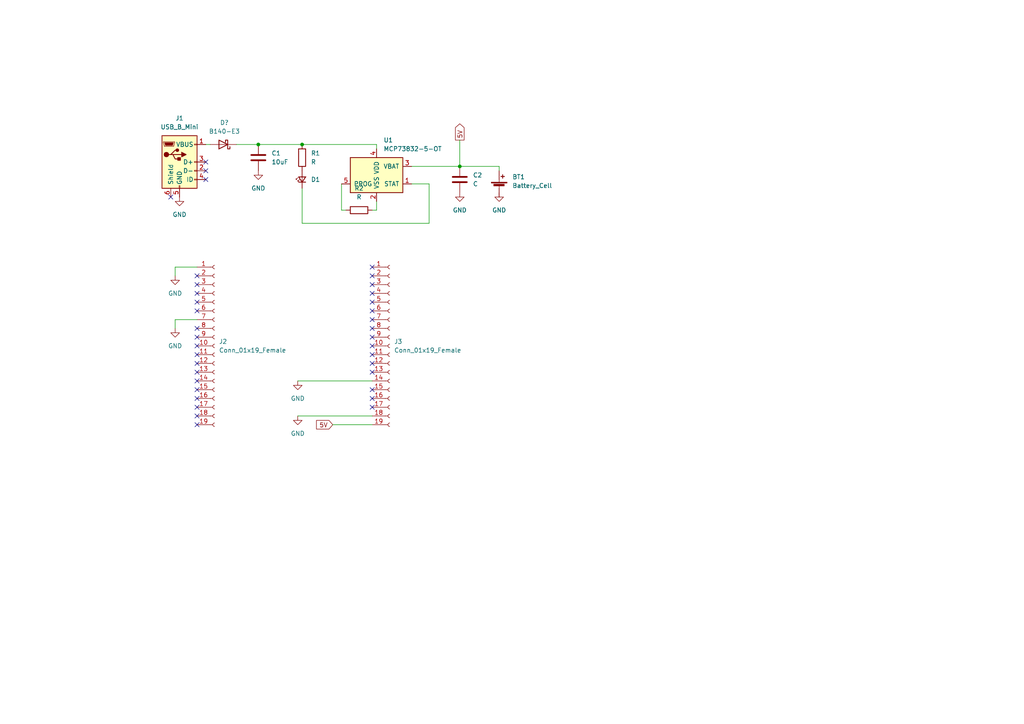
<source format=kicad_sch>
(kicad_sch (version 20211123) (generator eeschema)
  (paper "A4")
  (lib_symbols
    (symbol "Battery_Management:MCP73832-5-OT" (pin_names (offset 1.016))
      (property "Reference" "U" (at -7.62 6.35 0))
      (property "Value" "MCP73832-5-OT" (at 1.27 6.35 0))
      (symbol "MCP73832-5-OT_0_1"
        (rectangle (start -7.62 5.08) (end 7.62 -5.08) (stroke (width 0.254)) (fill (type background)))
      )
      (symbol "MCP73832-5-OT_1_1"
        (pin output line (at 10.16 -2.54 180) (length 2.54) (name "STAT") (number "1"))
        (pin power_in line (at 0 -7.62 90) (length 2.54) (name "VSS") (number "2"))
        (pin power_out line (at 10.16 2.54 180) (length 2.54) (name "VBAT") (number "3"))
        (pin power_in line (at 0 7.62 270) (length 2.54) (name "VDD") (number "4"))
        (pin input line (at -10.16 -2.54 0) (length 2.54) (name "PROG") (number "5"))
      )
    )
    (symbol "Connector:Conn_01x19_Female" (pin_names (offset 1.016) hide)
      (property "Reference" "J" (at 0 25.4 0))
      (property "Value" "Conn_01x19_Female" (at 0 -25.4 0))
      (symbol "Conn_01x19_Female_1_1"
        (arc (start 0 -22.352) (mid -0.508 -22.86) (end 0 -23.368) (stroke (width 0.1524)))
        (arc (start 0 -19.812) (mid -0.508 -20.32) (end 0 -20.828) (stroke (width 0.1524)))
        (arc (start 0 -17.272) (mid -0.508 -17.78) (end 0 -18.288) (stroke (width 0.1524)))
        (arc (start 0 -14.732) (mid -0.508 -15.24) (end 0 -15.748) (stroke (width 0.1524)))
        (arc (start 0 -12.192) (mid -0.508 -12.7) (end 0 -13.208) (stroke (width 0.1524)))
        (arc (start 0 -9.652) (mid -0.508 -10.16) (end 0 -10.668) (stroke (width 0.1524)))
        (arc (start 0 -7.112) (mid -0.508 -7.62) (end 0 -8.128) (stroke (width 0.1524)))
        (arc (start 0 -4.572) (mid -0.508 -5.08) (end 0 -5.588) (stroke (width 0.1524)))
        (arc (start 0 -2.032) (mid -0.508 -2.54) (end 0 -3.048) (stroke (width 0.1524)))
        (polyline (pts (xy -1.27 -22.86) (xy -0.508 -22.86)) (stroke (width 0.1524)))
        (polyline (pts (xy -1.27 -20.32) (xy -0.508 -20.32)) (stroke (width 0.1524)))
        (polyline (pts (xy -1.27 -17.78) (xy -0.508 -17.78)) (stroke (width 0.1524)))
        (polyline (pts (xy -1.27 -15.24) (xy -0.508 -15.24)) (stroke (width 0.1524)))
        (polyline (pts (xy -1.27 -12.7) (xy -0.508 -12.7)) (stroke (width 0.1524)))
        (polyline (pts (xy -1.27 -10.16) (xy -0.508 -10.16)) (stroke (width 0.1524)))
        (polyline (pts (xy -1.27 -7.62) (xy -0.508 -7.62)) (stroke (width 0.1524)))
        (polyline (pts (xy -1.27 -5.08) (xy -0.508 -5.08)) (stroke (width 0.1524)))
        (polyline (pts (xy -1.27 -2.54) (xy -0.508 -2.54)) (stroke (width 0.1524)))
        (polyline (pts (xy -1.27 0) (xy -0.508 0)) (stroke (width 0.1524)))
        (polyline (pts (xy -1.27 2.54) (xy -0.508 2.54)) (stroke (width 0.1524)))
        (polyline (pts (xy -1.27 5.08) (xy -0.508 5.08)) (stroke (width 0.1524)))
        (polyline (pts (xy -1.27 7.62) (xy -0.508 7.62)) (stroke (width 0.1524)))
        (polyline (pts (xy -1.27 10.16) (xy -0.508 10.16)) (stroke (width 0.1524)))
        (polyline (pts (xy -1.27 12.7) (xy -0.508 12.7)) (stroke (width 0.1524)))
        (polyline (pts (xy -1.27 15.24) (xy -0.508 15.24)) (stroke (width 0.1524)))
        (polyline (pts (xy -1.27 17.78) (xy -0.508 17.78)) (stroke (width 0.1524)))
        (polyline (pts (xy -1.27 20.32) (xy -0.508 20.32)) (stroke (width 0.1524)))
        (polyline (pts (xy -1.27 22.86) (xy -0.508 22.86)) (stroke (width 0.1524)))
        (arc (start 0 0.508) (mid -0.508 0) (end 0 -0.508) (stroke (width 0.1524)))
        (arc (start 0 3.048) (mid -0.508 2.54) (end 0 2.032) (stroke (width 0.1524)))
        (arc (start 0 5.588) (mid -0.508 5.08) (end 0 4.572) (stroke (width 0.1524)))
        (arc (start 0 8.128) (mid -0.508 7.62) (end 0 7.112) (stroke (width 0.1524)))
        (arc (start 0 10.668) (mid -0.508 10.16) (end 0 9.652) (stroke (width 0.1524)))
        (arc (start 0 13.208) (mid -0.508 12.7) (end 0 12.192) (stroke (width 0.1524)))
        (arc (start 0 15.748) (mid -0.508 15.24) (end 0 14.732) (stroke (width 0.1524)))
        (arc (start 0 18.288) (mid -0.508 17.78) (end 0 17.272) (stroke (width 0.1524)))
        (arc (start 0 20.828) (mid -0.508 20.32) (end 0 19.812) (stroke (width 0.1524)))
        (arc (start 0 23.368) (mid -0.508 22.86) (end 0 22.352) (stroke (width 0.1524)))
        (pin passive line (at -5.08 22.86 0) (length 3.81) (name "Pin_1") (number "1"))
        (pin passive line (at -5.08 0 0) (length 3.81) (name "Pin_10") (number "10"))
        (pin passive line (at -5.08 -2.54 0) (length 3.81) (name "Pin_11") (number "11"))
        (pin passive line (at -5.08 -5.08 0) (length 3.81) (name "Pin_12") (number "12"))
        (pin passive line (at -5.08 -7.62 0) (length 3.81) (name "Pin_13") (number "13"))
        (pin passive line (at -5.08 -10.16 0) (length 3.81) (name "Pin_14") (number "14"))
        (pin passive line (at -5.08 -12.7 0) (length 3.81) (name "Pin_15") (number "15"))
        (pin passive line (at -5.08 -15.24 0) (length 3.81) (name "Pin_16") (number "16"))
        (pin passive line (at -5.08 -17.78 0) (length 3.81) (name "Pin_17") (number "17"))
        (pin passive line (at -5.08 -20.32 0) (length 3.81) (name "Pin_18") (number "18"))
        (pin passive line (at -5.08 -22.86 0) (length 3.81) (name "Pin_19") (number "19"))
        (pin passive line (at -5.08 20.32 0) (length 3.81) (name "Pin_2") (number "2"))
        (pin passive line (at -5.08 17.78 0) (length 3.81) (name "Pin_3") (number "3"))
        (pin passive line (at -5.08 15.24 0) (length 3.81) (name "Pin_4") (number "4"))
        (pin passive line (at -5.08 12.7 0) (length 3.81) (name "Pin_5") (number "5"))
        (pin passive line (at -5.08 10.16 0) (length 3.81) (name "Pin_6") (number "6"))
        (pin passive line (at -5.08 7.62 0) (length 3.81) (name "Pin_7") (number "7"))
        (pin passive line (at -5.08 5.08 0) (length 3.81) (name "Pin_8") (number "8"))
        (pin passive line (at -5.08 2.54 0) (length 3.81) (name "Pin_9") (number "9"))
      )
    )
    (symbol "Connector:USB_B_Mini" (pin_names (offset 1.016))
      (property "Reference" "J" (at -5.08 11.43 0))
      (property "Value" "USB_B_Mini" (at -5.08 8.89 0))
      (symbol "USB_B_Mini_0_1"
        (rectangle (start -5.08 -7.62) (end 5.08 7.62) (stroke (width 0.254)) (fill (type background)))
        (circle (center -3.81 2.159) (radius 0.635) (stroke (width 0.254)) (fill (type outline)))
        (circle (center -0.635 3.429) (radius 0.381) (stroke (width 0.254)) (fill (type outline)))
        (rectangle (start -0.127 -7.62) (end 0.127 -6.858))
        (polyline (pts (xy -1.905 2.159) (xy 0.635 2.159)) (stroke (width 0.254)))
        (polyline (pts (xy -3.175 2.159) (xy -2.54 2.159) (xy -1.27 3.429) (xy -0.635 3.429)) (stroke (width 0.254)))
        (polyline (pts (xy -2.54 2.159) (xy -1.905 2.159) (xy -1.27 0.889) (xy 0 0.889)) (stroke (width 0.254)))
        (polyline (pts (xy 0.635 2.794) (xy 0.635 1.524) (xy 1.905 2.159) (xy 0.635 2.794)) (stroke (width 0.254)) (fill (type outline)))
        (polyline (pts (xy -4.318 5.588) (xy -1.778 5.588) (xy -2.032 4.826) (xy -4.064 4.826) (xy -4.318 5.588)) (fill (type outline)))
        (polyline (pts (xy -4.699 5.842) (xy -4.699 5.588) (xy -4.445 4.826) (xy -4.445 4.572) (xy -1.651 4.572) (xy -1.651 4.826) (xy -1.397 5.588) (xy -1.397 5.842) (xy -4.699 5.842)))
        (rectangle (start 0.254 1.27) (end -0.508 0.508) (stroke (width 0.254)) (fill (type outline)))
        (rectangle (start 5.08 -5.207) (end 4.318 -4.953))
        (rectangle (start 5.08 -2.667) (end 4.318 -2.413))
        (rectangle (start 5.08 -0.127) (end 4.318 0.127))
        (rectangle (start 5.08 4.953) (end 4.318 5.207))
      )
      (symbol "USB_B_Mini_1_1"
        (pin power_out line (at 7.62 5.08 180) (length 2.54) (name "VBUS") (number "1"))
        (pin bidirectional line (at 7.62 -2.54 180) (length 2.54) (name "D-") (number "2"))
        (pin bidirectional line (at 7.62 0 180) (length 2.54) (name "D+") (number "3"))
        (pin passive line (at 7.62 -5.08 180) (length 2.54) (name "ID") (number "4"))
        (pin power_out line (at 0 -10.16 90) (length 2.54) (name "GND") (number "5"))
        (pin passive line (at -2.54 -10.16 90) (length 2.54) (name "Shield") (number "6"))
      )
    )
    (symbol "Device:Battery_Cell" (pin_numbers hide) (pin_names (offset 0) hide)
      (property "Reference" "BT" (at 2.54 2.54 0))
      (property "Value" "Battery_Cell" (at 2.54 0 0))
      (symbol "Battery_Cell_0_1"
        (rectangle (start -2.286 1.778) (end 2.286 1.524) (fill (type outline)))
        (rectangle (start -1.5748 1.1938) (end 1.4732 0.6858) (fill (type outline)))
        (polyline (pts (xy 0 0.762) (xy 0 0)))
        (polyline (pts (xy 0 1.778) (xy 0 2.54)))
        (polyline (pts (xy 0.508 3.429) (xy 1.524 3.429)) (stroke (width 0.254)))
        (polyline (pts (xy 1.016 3.937) (xy 1.016 2.921)) (stroke (width 0.254)))
      )
      (symbol "Battery_Cell_1_1"
        (pin passive line (at 0 5.08 270) (length 2.54) (name "+") (number "1"))
        (pin passive line (at 0 -2.54 90) (length 2.54) (name "-") (number "2"))
      )
    )
    (symbol "Device:C" (pin_numbers hide) (pin_names (offset 0.254))
      (property "Reference" "C" (at 0.635 2.54 0))
      (property "Value" "C" (at 0.635 -2.54 0))
      (symbol "C_0_1"
        (polyline (pts (xy -2.032 -0.762) (xy 2.032 -0.762)) (stroke (width 0.508)))
        (polyline (pts (xy -2.032 0.762) (xy 2.032 0.762)) (stroke (width 0.508)))
      )
      (symbol "C_1_1"
        (pin passive line (at 0 3.81 270) (length 2.794) (name "~") (number "1"))
        (pin passive line (at 0 -3.81 90) (length 2.794) (name "~") (number "2"))
      )
    )
    (symbol "Device:LED_Small" (pin_numbers hide) (pin_names (offset 0.254) hide)
      (property "Reference" "D" (at -1.27 3.175 0))
      (property "Value" "LED_Small" (at -4.445 -2.54 0))
      (symbol "LED_Small_0_1"
        (polyline (pts (xy -0.762 -1.016) (xy -0.762 1.016)) (stroke (width 0.254)))
        (polyline (pts (xy 1.016 0) (xy -0.762 0)))
        (polyline (pts (xy 0.762 -1.016) (xy -0.762 0) (xy 0.762 1.016) (xy 0.762 -1.016)) (stroke (width 0.254)))
        (polyline (pts (xy 0 0.762) (xy -0.508 1.27) (xy -0.254 1.27) (xy -0.508 1.27) (xy -0.508 1.016)))
        (polyline (pts (xy 0.508 1.27) (xy 0 1.778) (xy 0.254 1.778) (xy 0 1.778) (xy 0 1.524)))
      )
      (symbol "LED_Small_1_1"
        (pin passive line (at -2.54 0 0) (length 1.778) (name "K") (number "1"))
        (pin passive line (at 2.54 0 180) (length 1.778) (name "A") (number "2"))
      )
    )
    (symbol "Device:R" (pin_numbers hide) (pin_names (offset 0))
      (property "Reference" "R" (at 2.032 0 90))
      (property "Value" "R" (at 0 0 90))
      (symbol "R_0_1"
        (rectangle (start -1.016 -2.54) (end 1.016 2.54) (stroke (width 0.254)))
      )
      (symbol "R_1_1"
        (pin passive line (at 0 3.81 270) (length 1.27) (name "~") (number "1"))
        (pin passive line (at 0 -3.81 90) (length 1.27) (name "~") (number "2"))
      )
    )
    (symbol "Diode:B140-E3" (pin_numbers hide) (pin_names hide)
      (property "Reference" "D" (at 0 2.54 0))
      (property "Value" "B140-E3" (at 0 -2.54 0))
      (symbol "B140-E3_0_1"
        (polyline (pts (xy 1.27 0) (xy -1.27 0)))
        (polyline (pts (xy 1.27 1.27) (xy 1.27 -1.27) (xy -1.27 0) (xy 1.27 1.27)) (stroke (width 0.254)))
        (polyline (pts (xy -1.905 0.635) (xy -1.905 1.27) (xy -1.27 1.27) (xy -1.27 -1.27) (xy -0.635 -1.27) (xy -0.635 -0.635)) (stroke (width 0.254)))
      )
      (symbol "B140-E3_1_1"
        (pin passive line (at -3.81 0 0) (length 2.54) (name "K") (number "1"))
        (pin passive line (at 3.81 0 180) (length 2.54) (name "A") (number "2"))
      )
    )
    (symbol "power:GND" (power) (pin_names (offset 0))
      (property "Value" "GND" (at 0 -3.81 0))
      (symbol "GND_0_1"
        (polyline (pts (xy 0 0) (xy 0 -1.27) (xy 1.27 -1.27) (xy 0 -2.54) (xy -1.27 -1.27) (xy 0 -1.27)))
      )
      (symbol "GND_1_1"
        (pin power_in line (at 0 0 270) (length 0) hide (name "GND") (number "1"))
      )
    )
  )
  (junction (at 133.35 48.26))
  (junction (at 74.93 41.91))
  (junction (at 87.63 41.91))
  (no_connect (at 59.69 52.07))
  (no_connect (at 49.53 57.15))
  (no_connect (at 59.69 46.99))
  (no_connect (at 59.69 49.53))
  (no_connect (at 107.95 107.95))
  (no_connect (at 107.95 113.03))
  (no_connect (at 107.95 118.11))
  (no_connect (at 107.95 115.57))
  (no_connect (at 107.95 105.41))
  (no_connect (at 107.95 77.47))
  (no_connect (at 107.95 82.55))
  (no_connect (at 107.95 90.17))
  (no_connect (at 107.95 85.09))
  (no_connect (at 107.95 87.63))
  (no_connect (at 107.95 80.01))
  (no_connect (at 107.95 100.33))
  (no_connect (at 107.95 95.25))
  (no_connect (at 107.95 102.87))
  (no_connect (at 107.95 92.71))
  (no_connect (at 107.95 97.79))
  (no_connect (at 57.15 100.33))
  (no_connect (at 57.15 107.95))
  (no_connect (at 57.15 97.79))
  (no_connect (at 57.15 105.41))
  (no_connect (at 57.15 102.87))
  (no_connect (at 57.15 90.17))
  (no_connect (at 57.15 110.49))
  (no_connect (at 57.15 95.25))
  (no_connect (at 57.15 87.63))
  (no_connect (at 57.15 113.03))
  (no_connect (at 57.15 115.57))
  (no_connect (at 57.15 120.65))
  (no_connect (at 57.15 123.19))
  (no_connect (at 57.15 118.11))
  (no_connect (at 57.15 80.01))
  (no_connect (at 57.15 82.55))
  (no_connect (at 57.15 85.09))
  (wire (pts (xy 107.95 60.96) (xy 109.22 60.96)))
  (wire (pts (xy 133.35 40.64) (xy 133.35 48.26)))
  (wire (pts (xy 87.63 54.61) (xy 87.63 64.77)))
  (wire (pts (xy 50.8 77.47) (xy 50.8 80.01)))
  (wire (pts (xy 144.78 48.26) (xy 144.78 49.53)))
  (wire (pts (xy 59.69 41.91) (xy 60.96 41.91)))
  (wire (pts (xy 68.58 41.91) (xy 74.93 41.91)))
  (wire (pts (xy 87.63 64.77) (xy 124.46 64.77)))
  (wire (pts (xy 87.63 41.91) (xy 109.22 41.91)))
  (wire (pts (xy 109.22 58.42) (xy 109.22 60.96)))
  (wire (pts (xy 109.22 41.91) (xy 109.22 43.18)))
  (wire (pts (xy 86.36 120.65) (xy 107.95 120.65)))
  (wire (pts (xy 86.36 110.49) (xy 107.95 110.49)))
  (wire (pts (xy 124.46 64.77) (xy 124.46 53.34)))
  (wire (pts (xy 133.35 48.26) (xy 144.78 48.26)))
  (wire (pts (xy 119.38 48.26) (xy 133.35 48.26)))
  (wire (pts (xy 50.8 92.71) (xy 57.15 92.71)))
  (wire (pts (xy 99.06 60.96) (xy 100.33 60.96)))
  (wire (pts (xy 99.06 53.34) (xy 99.06 60.96)))
  (wire (pts (xy 96.52 123.19) (xy 107.95 123.19)))
  (wire (pts (xy 50.8 95.25) (xy 50.8 92.71)))
  (wire (pts (xy 74.93 41.91) (xy 87.63 41.91)))
  (wire (pts (xy 119.38 53.34) (xy 124.46 53.34)))
  (wire (pts (xy 57.15 77.47) (xy 50.8 77.47)))
  (global_label "5V" (shape output) (at 133.35 40.64 90) (property "Intersheet References" "${INTERSHEET_REFS}" (effects hide)))
  (global_label "5V" (shape input) (at 96.52 123.19 180) (property "Intersheet References" "${INTERSHEET_REFS}" (effects hide)))
  (symbol (lib_id "power:GND") (at 52.07 57.15 0) (unit 1)
    (property "Reference" "#PWR03" (effects hide))
    (property "Value" "GND" (at 52.07 62.23 0))
  )
  (symbol (lib_id "power:GND") (at 50.8 80.01 0) (unit 1)
    (property "Reference" "#PWR01" (effects hide))
    (property "Value" "GND" (at 50.8 85.09 0))
  )
  (symbol (lib_id "power:GND") (at 86.36 110.49 0) (unit 1)
    (property "Reference" "#PWR05" (effects hide))
    (property "Value" "GND" (at 86.36 115.57 0))
  )
  (symbol (lib_id "Device:Battery_Cell") (at 144.78 54.61 0) (unit 1)
    (property "Reference" "BT1" (at 148.59 51.3079 0) (effects (justify left)))
    (property "Value" "Battery_Cell" (at 148.59 53.8479 0) (effects (justify left)))
    (property "Footprint" "Battery:BatteryHolder_Keystone_1042_1x18650" (effects hide))
  )
  (symbol (lib_id "power:GND") (at 144.78 55.88 0) (unit 1)
    (property "Reference" "#PWR08" (effects hide))
    (property "Value" "GND" (at 144.78 60.96 0))
  )
  (symbol (lib_id "Device:C") (at 133.35 52.07 180) (unit 1)
    (property "Reference" "C2" (at 137.16 50.7999 0) (effects (justify right)))
    (property "Value" "C" (at 137.16 53.3399 0) (effects (justify right)))
    (property "Footprint" "Capacitor_SMD:C_1206_3216Metric_Pad1.33x1.80mm_HandSolder" (effects hide))
  )
  (symbol (lib_id "Connector:USB_B_Mini") (at 52.07 46.99 0) (unit 1)
    (property "Reference" "J1" (at 52.07 34.29 0))
    (property "Value" "USB_B_Mini" (at 52.07 36.83 0))
    (property "Footprint" "Connector_USB:USB_Mini-B_Lumberg_2486_01_Horizontal" (effects hide))
  )
  (symbol (lib_id "Device:R") (at 87.63 45.72 0) (unit 1)
    (property "Reference" "R1" (at 90.17 44.4499 0) (effects (justify left)))
    (property "Value" "R" (at 90.17 46.9899 0) (effects (justify left)))
    (property "Footprint" "Resistor_SMD:R_1206_3216Metric_Pad1.30x1.75mm_HandSolder" (effects hide))
  )
  (symbol (lib_id "Battery_Management:MCP73832-5-OT") (at 109.22 50.8 0) (unit 1)
    (property "Reference" "U1" (at 111.2394 40.64 0) (effects (justify left)))
    (property "Value" "MCP73832-5-OT" (at 111.2394 43.18 0) (effects (justify left)))
    (property "Footprint" "Package_TO_SOT_SMD:SOT-23-5" (effects hide))
    (property "Datasheet" "http://ww1.microchip.com/downloads/en/DeviceDoc/20001984g.pdf" (effects hide))
  )
  (symbol (lib_id "Connector:Conn_01x19_Female") (at 62.23 100.33 0) (unit 1)
    (property "Reference" "J2" (at 63.5 99.0599 0) (effects (justify left)))
    (property "Value" "Conn_01x19_Female" (at 63.5 101.5999 0) (effects (justify left)))
    (property "Footprint" "Connector_PinSocket_2.54mm:PinSocket_1x19_P2.54mm_Vertical" (effects hide))
  )
  (symbol (lib_id "power:GND") (at 50.8 95.25 0) (unit 1)
    (property "Reference" "#PWR02" (effects hide))
    (property "Value" "GND" (at 50.8 100.33 0))
  )
  (symbol (lib_id "Device:C") (at 74.93 45.72 180) (unit 1)
    (property "Reference" "C1" (at 78.74 44.4499 0) (effects (justify right)))
    (property "Value" "10uF" (at 78.74 46.9899 0) (effects (justify right)))
    (property "Footprint" "Capacitor_SMD:C_1206_3216Metric_Pad1.33x1.80mm_HandSolder" (effects hide))
  )
  (symbol (lib_id "Device:R") (at 104.14 60.96 90) (unit 1)
    (property "Reference" "R2" (at 104.14 54.61 90))
    (property "Value" "R" (at 104.14 57.15 90))
    (property "Footprint" "Resistor_SMD:R_1206_3216Metric_Pad1.30x1.75mm_HandSolder" (effects hide))
  )
  (symbol (lib_id "Connector:Conn_01x19_Female") (at 113.03 100.33 0) (unit 1)
    (property "Reference" "J3" (at 114.3 99.0599 0) (effects (justify left)))
    (property "Value" "Conn_01x19_Female" (at 114.3 101.5999 0) (effects (justify left)))
    (property "Footprint" "Connector_PinSocket_2.54mm:PinSocket_1x19_P2.54mm_Vertical" (effects hide))
  )
  (symbol (lib_id "power:GND") (at 74.93 49.53 0) (unit 1)
    (property "Reference" "#PWR04" (effects hide))
    (property "Value" "GND" (at 74.93 54.61 0))
  )
  (symbol (lib_id "Device:LED_Small") (at 87.63 52.07 90) (unit 1)
    (property "Reference" "D1" (at 90.17 52.07 90) (effects (justify right)))
    (property "Value" "LED_Small" (effects hide))
  )
  (symbol (lib_id "Diode:B140-E3") (at 64.77 41.91 180) (unit 1)
    (property "Reference" "D?" (at 65.0875 35.56 0))
    (property "Value" "B140-E3" (at 65.0875 38.1 0))
    (property "Footprint" "Diode_SMD:D_SMA" (effects hide))
    (property "Datasheet" "http://www.vishay.com/docs/88946/b120.pdf" (effects hide))
  )
  (symbol (lib_id "power:GND") (at 133.35 55.88 0) (unit 1)
    (property "Reference" "#PWR07" (effects hide))
    (property "Value" "GND" (at 133.35 60.96 0))
  )
  (symbol (lib_id "power:GND") (at 86.36 120.65 0) (unit 1)
    (property "Reference" "#PWR06" (effects hide))
    (property "Value" "GND" (at 86.36 125.73 0))
  )
)
</source>
